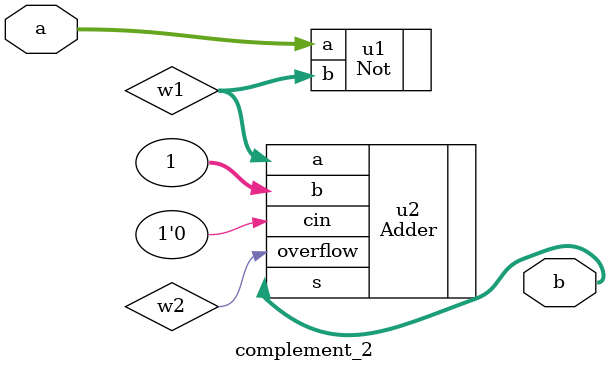
<source format=v>
module complement_2(a,b);
input [31:0]a;
output [31:0]b;
wire [31:0]w1;
wire w2;
Not u1(.b(w1),.a(a));
Adder u2(.a(w1),.b(32'b00000000000000000000000000000001),.cin(1'b0),.s(b),.overflow(w2));
endmodule
	
</source>
